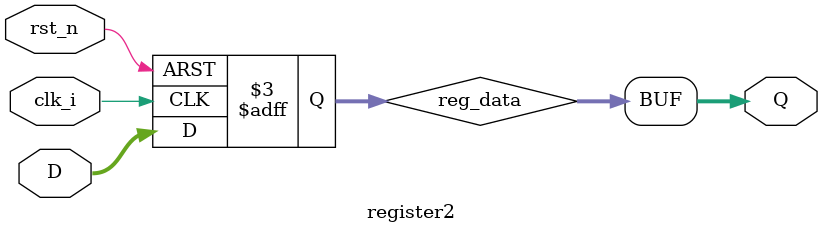
<source format=sv>
module register2 (
    input clk_i,
    input rst_n,
    input [15:0] D,
    output [15:0] Q
);
	reg [15:0] reg_data;

always_ff @(posedge clk_i, negedge rst_n) begin
    if (~rst_n) 
        reg_data <= 16'b0000000000000000;
    else
        reg_data <= D;
end

	assign Q = reg_data;

endmodule
</source>
